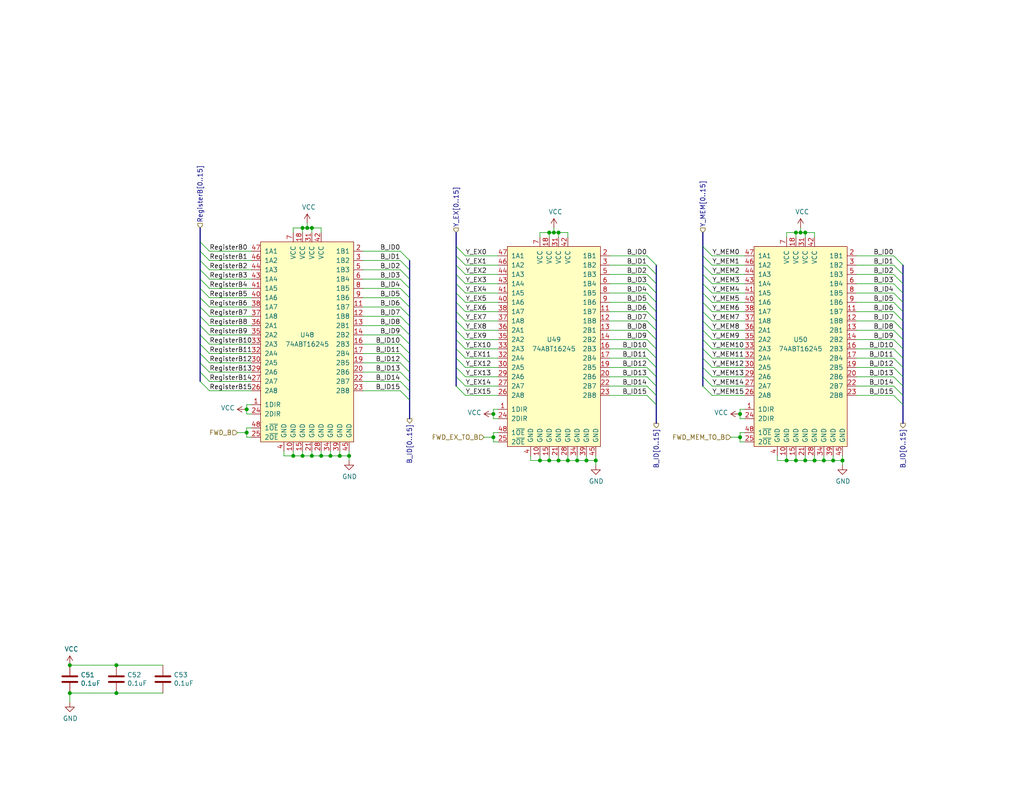
<source format=kicad_sch>
(kicad_sch (version 20250114) (generator "eeschema") (generator_version "9.0")
  (paper "USLetter")
  (title_block (date "2023-11-25") (rev "A"))
  (lib_symbols
    (symbol "Device:C" (pin_numbers (hide yes)) (pin_names (offset 0.254))
      (property "Reference" "C" (at 0.635 2.54 0))
      (property "Value" "C" (at 0.635 -2.54 0))
      (symbol "C_0_1"
        (polyline (pts (xy -2.032 0.762) (xy 2.032 0.762)) (stroke (width 0.508)))
        (polyline (pts (xy -2.032 -0.762) (xy 2.032 -0.762)) (stroke (width 0.508)))
      )
      (symbol "C_1_1"
        (pin passive line (at 0 3.81 270) (length 2.794) (name "~") (number "1"))
        (pin passive line (at 0 -3.81 90) (length 2.794) (name "~") (number "2"))
      )
    )
    (symbol "Turtle16:74ABT16245" (pin_names (offset 1.016))
      (property "Reference" "U" (at 0 1.27 0))
      (property "Value" "74ABT16245" (at 0 -1.27 0))
      (symbol "74ABT16245_0_1"
        (rectangle (start -12.7 26.67) (end 12.7 -27.94) (fill (type background)))
      )
      (symbol "74ABT16245_1_1"
        (pin tri_state line (at -15.24 24.13 0) (length 2.54) (name "1A1") (number "47"))
        (pin tri_state line (at -15.24 21.59 0) (length 2.54) (name "1A2") (number "46"))
        (pin tri_state line (at -15.24 19.05 0) (length 2.54) (name "1A3") (number "44"))
        (pin tri_state line (at -15.24 16.51 0) (length 2.54) (name "1A4") (number "43"))
        (pin tri_state line (at -15.24 13.97 0) (length 2.54) (name "1A5") (number "41"))
        (pin tri_state line (at -15.24 11.43 0) (length 2.54) (name "1A6") (number "40"))
        (pin tri_state line (at -15.24 8.89 0) (length 2.54) (name "1A7") (number "38"))
        (pin tri_state line (at -15.24 6.35 0) (length 2.54) (name "1A8") (number "37"))
        (pin tri_state line (at -15.24 3.81 0) (length 2.54) (name "2A1") (number "36"))
        (pin tri_state line (at -15.24 1.27 0) (length 2.54) (name "2A2") (number "35"))
        (pin tri_state line (at -15.24 -1.27 0) (length 2.54) (name "2A3") (number "33"))
        (pin tri_state line (at -15.24 -3.81 0) (length 2.54) (name "2A4") (number "32"))
        (pin tri_state line (at -15.24 -6.35 0) (length 2.54) (name "2A5") (number "30"))
        (pin tri_state line (at -15.24 -8.89 0) (length 2.54) (name "2A6") (number "29"))
        (pin tri_state line (at -15.24 -11.43 0) (length 2.54) (name "2A7") (number "27"))
        (pin tri_state line (at -15.24 -13.97 0) (length 2.54) (name "2A8") (number "26"))
        (pin input line (at -15.24 -17.78 0) (length 2.54) (name "1DIR") (number "1"))
        (pin input line (at -15.24 -20.32 0) (length 2.54) (name "2DIR") (number "24"))
        (pin input line (at -15.24 -24.13 0) (length 2.54) (name "1~{OE}") (number "48"))
        (pin input line (at -15.24 -26.67 0) (length 2.54) (name "2~{OE}") (number "25"))
        (pin power_in line (at -6.35 -30.48 90) (length 2.54) (name "GND") (number "4"))
        (pin power_in line (at -3.81 29.21 270) (length 2.54) (name "VCC") (number "7"))
        (pin power_in line (at -3.81 -30.48 90) (length 2.54) (name "GND") (number "10"))
        (pin power_in line (at -1.27 29.21 270) (length 2.54) (name "VCC") (number "18"))
        (pin power_in line (at -1.27 -30.48 90) (length 2.54) (name "GND") (number "15"))
        (pin power_in line (at 1.27 29.21 270) (length 2.54) (name "VCC") (number "31"))
        (pin power_in line (at 1.27 -30.48 90) (length 2.54) (name "GND") (number "21"))
        (pin power_in line (at 3.81 29.21 270) (length 2.54) (name "VCC") (number "42"))
        (pin power_in line (at 3.81 -30.48 90) (length 2.54) (name "GND") (number "28"))
        (pin power_in line (at 6.35 -30.48 90) (length 2.54) (name "GND") (number "34"))
        (pin power_in line (at 8.89 -30.48 90) (length 2.54) (name "GND") (number "39"))
        (pin power_in line (at 11.43 -30.48 90) (length 2.54) (name "GND") (number "45"))
        (pin tri_state line (at 15.24 24.13 180) (length 2.54) (name "1B1") (number "2"))
        (pin tri_state line (at 15.24 21.59 180) (length 2.54) (name "1B2") (number "3"))
        (pin tri_state line (at 15.24 19.05 180) (length 2.54) (name "1B3") (number "5"))
        (pin tri_state line (at 15.24 16.51 180) (length 2.54) (name "1B4") (number "6"))
        (pin tri_state line (at 15.24 13.97 180) (length 2.54) (name "1B5") (number "8"))
        (pin tri_state line (at 15.24 11.43 180) (length 2.54) (name "1B6") (number "9"))
        (pin tri_state line (at 15.24 8.89 180) (length 2.54) (name "1B7") (number "11"))
        (pin tri_state line (at 15.24 6.35 180) (length 2.54) (name "1B8") (number "12"))
        (pin tri_state line (at 15.24 3.81 180) (length 2.54) (name "2B1") (number "13"))
        (pin tri_state line (at 15.24 1.27 180) (length 2.54) (name "2B2") (number "14"))
        (pin tri_state line (at 15.24 -1.27 180) (length 2.54) (name "2B3") (number "16"))
        (pin tri_state line (at 15.24 -3.81 180) (length 2.54) (name "2B4") (number "17"))
        (pin tri_state line (at 15.24 -6.35 180) (length 2.54) (name "2B5") (number "19"))
        (pin tri_state line (at 15.24 -8.89 180) (length 2.54) (name "2B6") (number "20"))
        (pin tri_state line (at 15.24 -11.43 180) (length 2.54) (name "2B7") (number "22"))
        (pin tri_state line (at 15.24 -13.97 180) (length 2.54) (name "2B8") (number "23"))
      )
    )
    (symbol "power:GND" (power) (pin_names (offset 0))
      (property "Value" "GND" (at 0 -3.81 0))
      (symbol "GND_0_1"
        (polyline (pts (xy 0 0) (xy 0 -1.27) (xy 1.27 -1.27) (xy 0 -2.54) (xy -1.27 -1.27) (xy 0 -1.27)))
      )
      (symbol "GND_1_1"
        (pin power_in line (at 0 0 270) (length 0) (hide yes) (name "GND") (number "1"))
      )
    )
    (symbol "power:VCC" (power) (pin_names (offset 0))
      (property "Value" "VCC" (at 0 3.81 0))
      (symbol "VCC_0_1"
        (polyline (pts (xy -0.762 1.27) (xy 0 2.54)))
        (polyline (pts (xy 0 2.54) (xy 0.762 1.27)))
        (polyline (pts (xy 0 0) (xy 0 2.54)))
      )
      (symbol "VCC_1_1"
        (pin power_in line (at 0 0 90) (length 0) (hide yes) (name "VCC") (number "1"))
      )
    )
  )
  (junction (at 67.31 118.11))
  (junction (at 222.25 125.73))
  (junction (at 31.75 189.23))
  (junction (at 229.87 125.73))
  (junction (at 147.32 125.73))
  (junction (at 85.09 124.46))
  (junction (at 157.48 125.73))
  (junction (at 80.01 124.46))
  (junction (at 95.25 124.46))
  (junction (at 152.4 125.73))
  (junction (at 154.94 125.73))
  (junction (at 217.17 63.5))
  (junction (at 149.86 63.5))
  (junction (at 214.63 125.73))
  (junction (at 151.13 63.5))
  (junction (at 219.71 125.73))
  (junction (at 224.79 125.73))
  (junction (at 90.17 124.46))
  (junction (at 201.93 113.03))
  (junction (at 92.71 124.46))
  (junction (at 149.86 125.73))
  (junction (at 217.17 125.73))
  (junction (at 67.31 111.76))
  (junction (at 162.56 125.73))
  (junction (at 82.55 124.46))
  (junction (at 82.55 62.23))
  (junction (at 201.93 119.38))
  (junction (at 134.62 113.03))
  (junction (at 218.44 63.5))
  (junction (at 134.62 119.38))
  (junction (at 219.71 63.5))
  (junction (at 85.09 62.23))
  (junction (at 87.63 124.46))
  (junction (at 31.75 181.61))
  (junction (at 19.05 181.61))
  (junction (at 227.33 125.73))
  (junction (at 152.4 63.5))
  (junction (at 83.82 62.23))
  (junction (at 19.05 189.23))
  (junction (at 160.02 125.73))
  (bus_entry (at 176.53 69.85) (size 2.54 2.54))
  (bus_entry (at 54.61 93.98) (size 2.54 2.54))
  (bus_entry (at 127 82.55) (size -2.54 -2.54))
  (bus_entry (at 54.61 68.58) (size 2.54 2.54))
  (bus_entry (at 109.22 106.68) (size 2.54 2.54))
  (bus_entry (at 54.61 99.06) (size 2.54 2.54))
  (bus_entry (at 243.84 74.93) (size 2.54 2.54))
  (bus_entry (at 194.31 77.47) (size -2.54 -2.54))
  (bus_entry (at 127 102.87) (size -2.54 -2.54))
  (bus_entry (at 176.53 90.17) (size 2.54 2.54))
  (bus_entry (at 243.84 87.63) (size 2.54 2.54))
  (bus_entry (at 243.84 69.85) (size 2.54 2.54))
  (bus_entry (at 194.31 74.93) (size -2.54 -2.54))
  (bus_entry (at 176.53 105.41) (size 2.54 2.54))
  (bus_entry (at 54.61 96.52) (size 2.54 2.54))
  (bus_entry (at 243.84 77.47) (size 2.54 2.54))
  (bus_entry (at 109.22 83.82) (size 2.54 2.54))
  (bus_entry (at 194.31 90.17) (size -2.54 -2.54))
  (bus_entry (at 127 85.09) (size -2.54 -2.54))
  (bus_entry (at 243.84 82.55) (size 2.54 2.54))
  (bus_entry (at 109.22 86.36) (size 2.54 2.54))
  (bus_entry (at 127 80.01) (size -2.54 -2.54))
  (bus_entry (at 194.31 85.09) (size -2.54 -2.54))
  (bus_entry (at 176.53 87.63) (size 2.54 2.54))
  (bus_entry (at 127 95.25) (size -2.54 -2.54))
  (bus_entry (at 109.22 71.12) (size 2.54 2.54))
  (bus_entry (at 54.61 71.12) (size 2.54 2.54))
  (bus_entry (at 243.84 95.25) (size 2.54 2.54))
  (bus_entry (at 194.31 87.63) (size -2.54 -2.54))
  (bus_entry (at 127 97.79) (size -2.54 -2.54))
  (bus_entry (at 194.31 95.25) (size -2.54 -2.54))
  (bus_entry (at 194.31 82.55) (size -2.54 -2.54))
  (bus_entry (at 127 92.71) (size -2.54 -2.54))
  (bus_entry (at 176.53 97.79) (size 2.54 2.54))
  (bus_entry (at 109.22 68.58) (size 2.54 2.54))
  (bus_entry (at 176.53 85.09) (size 2.54 2.54))
  (bus_entry (at 243.84 102.87) (size 2.54 2.54))
  (bus_entry (at 127 72.39) (size -2.54 -2.54))
  (bus_entry (at 243.84 97.79) (size 2.54 2.54))
  (bus_entry (at 127 69.85) (size -2.54 -2.54))
  (bus_entry (at 109.22 76.2) (size 2.54 2.54))
  (bus_entry (at 54.61 104.14) (size 2.54 2.54))
  (bus_entry (at 194.31 80.01) (size -2.54 -2.54))
  (bus_entry (at 109.22 78.74) (size 2.54 2.54))
  (bus_entry (at 243.84 107.95) (size 2.54 2.54))
  (bus_entry (at 243.84 72.39) (size 2.54 2.54))
  (bus_entry (at 194.31 107.95) (size -2.54 -2.54))
  (bus_entry (at 176.53 77.47) (size 2.54 2.54))
  (bus_entry (at 243.84 85.09) (size 2.54 2.54))
  (bus_entry (at 176.53 92.71) (size 2.54 2.54))
  (bus_entry (at 194.31 69.85) (size -2.54 -2.54))
  (bus_entry (at 194.31 100.33) (size -2.54 -2.54))
  (bus_entry (at 194.31 102.87) (size -2.54 -2.54))
  (bus_entry (at 127 77.47) (size -2.54 -2.54))
  (bus_entry (at 194.31 105.41) (size -2.54 -2.54))
  (bus_entry (at 109.22 93.98) (size 2.54 2.54))
  (bus_entry (at 109.22 101.6) (size 2.54 2.54))
  (bus_entry (at 109.22 73.66) (size 2.54 2.54))
  (bus_entry (at 243.84 92.71) (size 2.54 2.54))
  (bus_entry (at 176.53 95.25) (size 2.54 2.54))
  (bus_entry (at 194.31 97.79) (size -2.54 -2.54))
  (bus_entry (at 127 90.17) (size -2.54 -2.54))
  (bus_entry (at 109.22 81.28) (size 2.54 2.54))
  (bus_entry (at 54.61 78.74) (size 2.54 2.54))
  (bus_entry (at 54.61 91.44) (size 2.54 2.54))
  (bus_entry (at 176.53 107.95) (size 2.54 2.54))
  (bus_entry (at 176.53 80.01) (size 2.54 2.54))
  (bus_entry (at 176.53 82.55) (size 2.54 2.54))
  (bus_entry (at 194.31 92.71) (size -2.54 -2.54))
  (bus_entry (at 127 74.93) (size -2.54 -2.54))
  (bus_entry (at 109.22 96.52) (size 2.54 2.54))
  (bus_entry (at 243.84 90.17) (size 2.54 2.54))
  (bus_entry (at 54.61 83.82) (size 2.54 2.54))
  (bus_entry (at 127 100.33) (size -2.54 -2.54))
  (bus_entry (at 54.61 86.36) (size 2.54 2.54))
  (bus_entry (at 109.22 91.44) (size 2.54 2.54))
  (bus_entry (at 243.84 80.01) (size 2.54 2.54))
  (bus_entry (at 54.61 73.66) (size 2.54 2.54))
  (bus_entry (at 243.84 100.33) (size 2.54 2.54))
  (bus_entry (at 127 87.63) (size -2.54 -2.54))
  (bus_entry (at 176.53 74.93) (size 2.54 2.54))
  (bus_entry (at 109.22 99.06) (size 2.54 2.54))
  (bus_entry (at 109.22 104.14) (size 2.54 2.54))
  (bus_entry (at 127 105.41) (size -2.54 -2.54))
  (bus_entry (at 54.61 88.9) (size 2.54 2.54))
  (bus_entry (at 54.61 101.6) (size 2.54 2.54))
  (bus_entry (at 194.31 72.39) (size -2.54 -2.54))
  (bus_entry (at 176.53 100.33) (size 2.54 2.54))
  (bus_entry (at 109.22 88.9) (size 2.54 2.54))
  (bus_entry (at 127 107.95) (size -2.54 -2.54))
  (bus_entry (at 54.61 66.04) (size 2.54 2.54))
  (bus_entry (at 176.53 72.39) (size 2.54 2.54))
  (bus_entry (at 243.84 105.41) (size 2.54 2.54))
  (bus_entry (at 54.61 76.2) (size 2.54 2.54))
  (bus_entry (at 176.53 102.87) (size 2.54 2.54))
  (bus_entry (at 54.61 81.28) (size 2.54 2.54))
  (wire (pts (xy 134.62 111.76) (xy 134.62 113.03)))
  (wire (pts (xy 57.15 88.9) (xy 68.58 88.9)))
  (bus (pts (xy 179.07 74.93) (xy 179.07 77.47)))
  (bus (pts (xy 54.61 86.36) (xy 54.61 88.9)))
  (wire (pts (xy 44.45 189.23) (xy 31.75 189.23)))
  (wire (pts (xy 31.75 189.23) (xy 19.05 189.23)))
  (wire (pts (xy 201.93 119.38) (xy 199.39 119.38)))
  (wire (pts (xy 127 87.63) (xy 135.89 87.63)))
  (bus (pts (xy 111.76 93.98) (xy 111.76 96.52)))
  (wire (pts (xy 127 77.47) (xy 135.89 77.47)))
  (wire (pts (xy 217.17 124.46) (xy 217.17 125.73)))
  (wire (pts (xy 176.53 72.39) (xy 166.37 72.39)))
  (wire (pts (xy 135.89 118.11) (xy 134.62 118.11)))
  (wire (pts (xy 151.13 63.5) (xy 152.4 63.5)))
  (wire (pts (xy 149.86 124.46) (xy 149.86 125.73)))
  (wire (pts (xy 194.31 92.71) (xy 203.2 92.71)))
  (wire (pts (xy 162.56 127) (xy 162.56 125.73)))
  (wire (pts (xy 243.84 74.93) (xy 233.68 74.93)))
  (bus (pts (xy 124.46 87.63) (xy 124.46 90.17)))
  (bus (pts (xy 179.07 72.39) (xy 179.07 74.93)))
  (wire (pts (xy 229.87 127) (xy 229.87 125.73)))
  (bus (pts (xy 179.07 80.01) (xy 179.07 82.55)))
  (wire (pts (xy 214.63 124.46) (xy 214.63 125.73)))
  (bus (pts (xy 179.07 87.63) (xy 179.07 90.17)))
  (bus (pts (xy 124.46 92.71) (xy 124.46 95.25)))
  (bus (pts (xy 124.46 67.31) (xy 124.46 69.85)))
  (wire (pts (xy 109.22 101.6) (xy 99.06 101.6)))
  (wire (pts (xy 243.84 85.09) (xy 233.68 85.09)))
  (bus (pts (xy 179.07 97.79) (xy 179.07 100.33)))
  (wire (pts (xy 194.31 82.55) (xy 203.2 82.55)))
  (wire (pts (xy 68.58 110.49) (xy 67.31 110.49)))
  (bus (pts (xy 111.76 86.36) (xy 111.76 88.9)))
  (wire (pts (xy 95.25 124.46) (xy 95.25 123.19)))
  (wire (pts (xy 201.93 120.65) (xy 203.2 120.65)))
  (wire (pts (xy 243.84 72.39) (xy 233.68 72.39)))
  (wire (pts (xy 157.48 125.73) (xy 154.94 125.73)))
  (bus (pts (xy 246.38 105.41) (xy 246.38 107.95)))
  (wire (pts (xy 176.53 85.09) (xy 166.37 85.09)))
  (bus (pts (xy 179.07 100.33) (xy 179.07 102.87)))
  (bus (pts (xy 191.77 80.01) (xy 191.77 82.55)))
  (wire (pts (xy 90.17 124.46) (xy 87.63 124.46)))
  (wire (pts (xy 243.84 100.33) (xy 233.68 100.33)))
  (wire (pts (xy 80.01 124.46) (xy 82.55 124.46)))
  (wire (pts (xy 243.84 69.85) (xy 233.68 69.85)))
  (wire (pts (xy 218.44 62.23) (xy 218.44 63.5)))
  (wire (pts (xy 176.53 97.79) (xy 166.37 97.79)))
  (wire (pts (xy 82.55 63.5) (xy 82.55 62.23)))
  (bus (pts (xy 124.46 69.85) (xy 124.46 72.39)))
  (wire (pts (xy 109.22 73.66) (xy 99.06 73.66)))
  (wire (pts (xy 57.15 99.06) (xy 68.58 99.06)))
  (wire (pts (xy 154.94 63.5) (xy 154.94 64.77)))
  (wire (pts (xy 243.84 77.47) (xy 233.68 77.47)))
  (wire (pts (xy 57.15 68.58) (xy 68.58 68.58)))
  (wire (pts (xy 152.4 125.73) (xy 152.4 124.46)))
  (wire (pts (xy 82.55 124.46) (xy 85.09 124.46)))
  (wire (pts (xy 85.09 124.46) (xy 85.09 123.19)))
  (wire (pts (xy 160.02 125.73) (xy 162.56 125.73)))
  (wire (pts (xy 218.44 63.5) (xy 219.71 63.5)))
  (bus (pts (xy 191.77 69.85) (xy 191.77 72.39)))
  (wire (pts (xy 77.47 123.19) (xy 77.47 124.46)))
  (wire (pts (xy 176.53 87.63) (xy 166.37 87.63)))
  (wire (pts (xy 85.09 62.23) (xy 87.63 62.23)))
  (wire (pts (xy 127 90.17) (xy 135.89 90.17)))
  (wire (pts (xy 19.05 191.77) (xy 19.05 189.23)))
  (wire (pts (xy 154.94 125.73) (xy 154.94 124.46)))
  (wire (pts (xy 57.15 93.98) (xy 68.58 93.98)))
  (wire (pts (xy 217.17 125.73) (xy 219.71 125.73)))
  (bus (pts (xy 111.76 88.9) (xy 111.76 91.44)))
  (wire (pts (xy 83.82 62.23) (xy 85.09 62.23)))
  (wire (pts (xy 57.15 71.12) (xy 68.58 71.12)))
  (wire (pts (xy 127 72.39) (xy 135.89 72.39)))
  (wire (pts (xy 109.22 83.82) (xy 99.06 83.82)))
  (wire (pts (xy 194.31 74.93) (xy 203.2 74.93)))
  (bus (pts (xy 246.38 97.79) (xy 246.38 100.33)))
  (bus (pts (xy 111.76 83.82) (xy 111.76 86.36)))
  (wire (pts (xy 222.25 125.73) (xy 222.25 124.46)))
  (wire (pts (xy 201.93 119.38) (xy 201.93 120.65)))
  (wire (pts (xy 67.31 113.03) (xy 68.58 113.03)))
  (wire (pts (xy 67.31 118.11) (xy 67.31 119.38)))
  (wire (pts (xy 201.93 113.03) (xy 201.93 114.3)))
  (wire (pts (xy 134.62 120.65) (xy 135.89 120.65)))
  (wire (pts (xy 243.84 97.79) (xy 233.68 97.79)))
  (wire (pts (xy 201.93 111.76) (xy 201.93 113.03)))
  (bus (pts (xy 111.76 96.52) (xy 111.76 99.06)))
  (wire (pts (xy 83.82 60.96) (xy 83.82 62.23)))
  (wire (pts (xy 194.31 90.17) (xy 203.2 90.17)))
  (wire (pts (xy 134.62 114.3) (xy 135.89 114.3)))
  (wire (pts (xy 57.15 96.52) (xy 68.58 96.52)))
  (bus (pts (xy 246.38 110.49) (xy 246.38 115.57)))
  (wire (pts (xy 154.94 125.73) (xy 152.4 125.73)))
  (bus (pts (xy 54.61 88.9) (xy 54.61 91.44)))
  (wire (pts (xy 194.31 107.95) (xy 203.2 107.95)))
  (bus (pts (xy 246.38 92.71) (xy 246.38 95.25)))
  (wire (pts (xy 194.31 87.63) (xy 203.2 87.63)))
  (wire (pts (xy 127 74.93) (xy 135.89 74.93)))
  (wire (pts (xy 243.84 105.41) (xy 233.68 105.41)))
  (bus (pts (xy 124.46 63.5) (xy 124.46 67.31)))
  (wire (pts (xy 127 82.55) (xy 135.89 82.55)))
  (bus (pts (xy 124.46 80.01) (xy 124.46 82.55)))
  (wire (pts (xy 57.15 106.68) (xy 68.58 106.68)))
  (bus (pts (xy 54.61 81.28) (xy 54.61 83.82)))
  (wire (pts (xy 194.31 69.85) (xy 203.2 69.85)))
  (wire (pts (xy 127 80.01) (xy 135.89 80.01)))
  (wire (pts (xy 134.62 113.03) (xy 134.62 114.3)))
  (bus (pts (xy 111.76 109.22) (xy 111.76 114.3)))
  (bus (pts (xy 246.38 72.39) (xy 246.38 74.93)))
  (wire (pts (xy 67.31 111.76) (xy 67.31 113.03)))
  (wire (pts (xy 176.53 80.01) (xy 166.37 80.01)))
  (bus (pts (xy 246.38 95.25) (xy 246.38 97.79)))
  (bus (pts (xy 246.38 85.09) (xy 246.38 87.63)))
  (bus (pts (xy 179.07 95.25) (xy 179.07 97.79)))
  (wire (pts (xy 149.86 125.73) (xy 152.4 125.73)))
  (bus (pts (xy 54.61 62.23) (xy 54.61 66.04)))
  (wire (pts (xy 57.15 91.44) (xy 68.58 91.44)))
  (wire (pts (xy 57.15 101.6) (xy 68.58 101.6)))
  (bus (pts (xy 111.76 73.66) (xy 111.76 76.2)))
  (wire (pts (xy 194.31 100.33) (xy 203.2 100.33)))
  (wire (pts (xy 109.22 99.06) (xy 99.06 99.06)))
  (wire (pts (xy 109.22 81.28) (xy 99.06 81.28)))
  (bus (pts (xy 124.46 77.47) (xy 124.46 80.01)))
  (wire (pts (xy 147.32 63.5) (xy 149.86 63.5)))
  (wire (pts (xy 243.84 90.17) (xy 233.68 90.17)))
  (bus (pts (xy 111.76 91.44) (xy 111.76 93.98)))
  (wire (pts (xy 57.15 86.36) (xy 68.58 86.36)))
  (wire (pts (xy 176.53 90.17) (xy 166.37 90.17)))
  (bus (pts (xy 246.38 77.47) (xy 246.38 80.01)))
  (bus (pts (xy 191.77 67.31) (xy 191.77 69.85)))
  (bus (pts (xy 179.07 105.41) (xy 179.07 107.95)))
  (wire (pts (xy 109.22 76.2) (xy 99.06 76.2)))
  (bus (pts (xy 191.77 72.39) (xy 191.77 74.93)))
  (bus (pts (xy 54.61 96.52) (xy 54.61 99.06)))
  (bus (pts (xy 191.77 77.47) (xy 191.77 80.01)))
  (wire (pts (xy 109.22 86.36) (xy 99.06 86.36)))
  (wire (pts (xy 162.56 125.73) (xy 162.56 124.46)))
  (wire (pts (xy 176.53 82.55) (xy 166.37 82.55)))
  (wire (pts (xy 203.2 118.11) (xy 201.93 118.11)))
  (wire (pts (xy 243.84 82.55) (xy 233.68 82.55)))
  (bus (pts (xy 54.61 83.82) (xy 54.61 86.36)))
  (wire (pts (xy 201.93 114.3) (xy 203.2 114.3)))
  (wire (pts (xy 127 97.79) (xy 135.89 97.79)))
  (bus (pts (xy 246.38 90.17) (xy 246.38 92.71)))
  (wire (pts (xy 222.25 63.5) (xy 222.25 64.77)))
  (wire (pts (xy 147.32 125.73) (xy 149.86 125.73)))
  (wire (pts (xy 127 100.33) (xy 135.89 100.33)))
  (wire (pts (xy 109.22 93.98) (xy 99.06 93.98)))
  (wire (pts (xy 224.79 125.73) (xy 224.79 124.46)))
  (wire (pts (xy 157.48 125.73) (xy 160.02 125.73)))
  (bus (pts (xy 124.46 82.55) (xy 124.46 85.09)))
  (wire (pts (xy 147.32 64.77) (xy 147.32 63.5)))
  (wire (pts (xy 176.53 100.33) (xy 166.37 100.33)))
  (wire (pts (xy 135.89 111.76) (xy 134.62 111.76)))
  (wire (pts (xy 82.55 62.23) (xy 83.82 62.23)))
  (wire (pts (xy 77.47 124.46) (xy 80.01 124.46)))
  (wire (pts (xy 67.31 116.84) (xy 67.31 118.11)))
  (wire (pts (xy 176.53 92.71) (xy 166.37 92.71)))
  (wire (pts (xy 147.32 124.46) (xy 147.32 125.73)))
  (wire (pts (xy 127 92.71) (xy 135.89 92.71)))
  (wire (pts (xy 194.31 72.39) (xy 203.2 72.39)))
  (bus (pts (xy 124.46 102.87) (xy 124.46 105.41)))
  (wire (pts (xy 144.78 124.46) (xy 144.78 125.73)))
  (bus (pts (xy 246.38 80.01) (xy 246.38 82.55)))
  (wire (pts (xy 87.63 124.46) (xy 87.63 123.19)))
  (wire (pts (xy 92.71 124.46) (xy 92.71 123.19)))
  (wire (pts (xy 67.31 118.11) (xy 64.77 118.11)))
  (bus (pts (xy 111.76 106.68) (xy 111.76 109.22)))
  (wire (pts (xy 194.31 85.09) (xy 203.2 85.09)))
  (bus (pts (xy 111.76 71.12) (xy 111.76 73.66)))
  (bus (pts (xy 124.46 90.17) (xy 124.46 92.71)))
  (wire (pts (xy 57.15 104.14) (xy 68.58 104.14)))
  (wire (pts (xy 194.31 105.41) (xy 203.2 105.41)))
  (bus (pts (xy 246.38 74.93) (xy 246.38 77.47)))
  (bus (pts (xy 246.38 82.55) (xy 246.38 85.09)))
  (bus (pts (xy 124.46 74.93) (xy 124.46 77.47)))
  (bus (pts (xy 179.07 82.55) (xy 179.07 85.09)))
  (bus (pts (xy 111.76 99.06) (xy 111.76 101.6)))
  (wire (pts (xy 212.09 125.73) (xy 214.63 125.73)))
  (wire (pts (xy 176.53 69.85) (xy 166.37 69.85)))
  (wire (pts (xy 95.25 125.73) (xy 95.25 124.46)))
  (wire (pts (xy 227.33 125.73) (xy 227.33 124.46)))
  (wire (pts (xy 127 107.95) (xy 135.89 107.95)))
  (wire (pts (xy 144.78 125.73) (xy 147.32 125.73)))
  (bus (pts (xy 54.61 99.06) (xy 54.61 101.6)))
  (wire (pts (xy 57.15 78.74) (xy 68.58 78.74)))
  (wire (pts (xy 214.63 125.73) (xy 217.17 125.73)))
  (bus (pts (xy 111.76 76.2) (xy 111.76 78.74)))
  (wire (pts (xy 134.62 119.38) (xy 132.08 119.38)))
  (wire (pts (xy 134.62 118.11) (xy 134.62 119.38)))
  (bus (pts (xy 111.76 81.28) (xy 111.76 83.82)))
  (bus (pts (xy 191.77 102.87) (xy 191.77 105.41)))
  (bus (pts (xy 191.77 85.09) (xy 191.77 87.63)))
  (wire (pts (xy 176.53 95.25) (xy 166.37 95.25)))
  (wire (pts (xy 109.22 68.58) (xy 99.06 68.58)))
  (wire (pts (xy 152.4 64.77) (xy 152.4 63.5)))
  (bus (pts (xy 191.77 92.71) (xy 191.77 95.25)))
  (wire (pts (xy 194.31 102.87) (xy 203.2 102.87)))
  (bus (pts (xy 54.61 71.12) (xy 54.61 73.66)))
  (bus (pts (xy 54.61 66.04) (xy 54.61 68.58)))
  (wire (pts (xy 243.84 87.63) (xy 233.68 87.63)))
  (wire (pts (xy 176.53 107.95) (xy 166.37 107.95)))
  (wire (pts (xy 134.62 119.38) (xy 134.62 120.65)))
  (bus (pts (xy 54.61 91.44) (xy 54.61 93.98)))
  (bus (pts (xy 111.76 104.14) (xy 111.76 106.68)))
  (bus (pts (xy 191.77 100.33) (xy 191.77 102.87)))
  (bus (pts (xy 191.77 95.25) (xy 191.77 97.79)))
  (bus (pts (xy 54.61 93.98) (xy 54.61 96.52)))
  (bus (pts (xy 191.77 63.5) (xy 191.77 67.31)))
  (bus (pts (xy 179.07 102.87) (xy 179.07 105.41)))
  (bus (pts (xy 124.46 95.25) (xy 124.46 97.79)))
  (wire (pts (xy 67.31 110.49) (xy 67.31 111.76)))
  (wire (pts (xy 152.4 63.5) (xy 154.94 63.5)))
  (bus (pts (xy 179.07 92.71) (xy 179.07 95.25)))
  (wire (pts (xy 243.84 107.95) (xy 233.68 107.95)))
  (wire (pts (xy 243.84 95.25) (xy 233.68 95.25)))
  (bus (pts (xy 124.46 85.09) (xy 124.46 87.63)))
  (wire (pts (xy 194.31 77.47) (xy 203.2 77.47)))
  (bus (pts (xy 54.61 101.6) (xy 54.61 104.14)))
  (bus (pts (xy 246.38 107.95) (xy 246.38 110.49)))
  (bus (pts (xy 111.76 101.6) (xy 111.76 104.14)))
  (wire (pts (xy 67.31 119.38) (xy 68.58 119.38)))
  (wire (pts (xy 127 102.87) (xy 135.89 102.87)))
  (bus (pts (xy 246.38 100.33) (xy 246.38 102.87)))
  (wire (pts (xy 214.63 64.77) (xy 214.63 63.5)))
  (wire (pts (xy 87.63 124.46) (xy 85.09 124.46)))
  (wire (pts (xy 219.71 63.5) (xy 222.25 63.5)))
  (wire (pts (xy 227.33 125.73) (xy 229.87 125.73)))
  (wire (pts (xy 176.53 102.87) (xy 166.37 102.87)))
  (wire (pts (xy 57.15 76.2) (xy 68.58 76.2)))
  (wire (pts (xy 19.05 181.61) (xy 31.75 181.61)))
  (wire (pts (xy 151.13 62.23) (xy 151.13 63.5)))
  (wire (pts (xy 109.22 88.9) (xy 99.06 88.9)))
  (wire (pts (xy 194.31 97.79) (xy 203.2 97.79)))
  (wire (pts (xy 176.53 77.47) (xy 166.37 77.47)))
  (wire (pts (xy 194.31 80.01) (xy 203.2 80.01)))
  (wire (pts (xy 57.15 81.28) (xy 68.58 81.28)))
  (bus (pts (xy 124.46 72.39) (xy 124.46 74.93)))
  (wire (pts (xy 149.86 63.5) (xy 151.13 63.5)))
  (wire (pts (xy 92.71 124.46) (xy 95.25 124.46)))
  (wire (pts (xy 224.79 125.73) (xy 227.33 125.73)))
  (bus (pts (xy 191.77 74.93) (xy 191.77 77.47)))
  (bus (pts (xy 191.77 90.17) (xy 191.77 92.71)))
  (wire (pts (xy 80.01 62.23) (xy 82.55 62.23)))
  (wire (pts (xy 109.22 91.44) (xy 99.06 91.44)))
  (wire (pts (xy 82.55 123.19) (xy 82.55 124.46)))
  (wire (pts (xy 149.86 64.77) (xy 149.86 63.5)))
  (wire (pts (xy 219.71 125.73) (xy 219.71 124.46)))
  (wire (pts (xy 85.09 63.5) (xy 85.09 62.23)))
  (wire (pts (xy 127 69.85) (xy 135.89 69.85)))
  (wire (pts (xy 217.17 64.77) (xy 217.17 63.5)))
  (wire (pts (xy 109.22 71.12) (xy 99.06 71.12)))
  (wire (pts (xy 224.79 125.73) (xy 222.25 125.73)))
  (wire (pts (xy 243.84 92.71) (xy 233.68 92.71)))
  (bus (pts (xy 246.38 87.63) (xy 246.38 90.17)))
  (wire (pts (xy 222.25 125.73) (xy 219.71 125.73)))
  (wire (pts (xy 127 85.09) (xy 135.89 85.09)))
  (bus (pts (xy 124.46 100.33) (xy 124.46 102.87)))
  (bus (pts (xy 246.38 102.87) (xy 246.38 105.41)))
  (wire (pts (xy 176.53 74.93) (xy 166.37 74.93)))
  (wire (pts (xy 160.02 125.73) (xy 160.02 124.46)))
  (wire (pts (xy 203.2 111.76) (xy 201.93 111.76)))
  (bus (pts (xy 124.46 97.79) (xy 124.46 100.33)))
  (bus (pts (xy 179.07 90.17) (xy 179.07 92.71)))
  (wire (pts (xy 219.71 64.77) (xy 219.71 63.5)))
  (wire (pts (xy 201.93 118.11) (xy 201.93 119.38)))
  (wire (pts (xy 109.22 104.14) (xy 99.06 104.14)))
  (wire (pts (xy 127 105.41) (xy 135.89 105.41)))
  (wire (pts (xy 68.58 116.84) (xy 67.31 116.84)))
  (bus (pts (xy 111.76 78.74) (xy 111.76 81.28)))
  (wire (pts (xy 31.75 181.61) (xy 44.45 181.61)))
  (bus (pts (xy 54.61 78.74) (xy 54.61 81.28)))
  (wire (pts (xy 90.17 124.46) (xy 90.17 123.19)))
  (bus (pts (xy 54.61 76.2) (xy 54.61 78.74)))
  (bus (pts (xy 54.61 68.58) (xy 54.61 71.12)))
  (wire (pts (xy 109.22 78.74) (xy 99.06 78.74)))
  (wire (pts (xy 80.01 123.19) (xy 80.01 124.46)))
  (bus (pts (xy 179.07 110.49) (xy 179.07 115.57)))
  (wire (pts (xy 157.48 125.73) (xy 157.48 124.46)))
  (bus (pts (xy 191.77 87.63) (xy 191.77 90.17)))
  (bus (pts (xy 179.07 77.47) (xy 179.07 80.01)))
  (wire (pts (xy 90.17 124.46) (xy 92.71 124.46)))
  (wire (pts (xy 80.01 63.5) (xy 80.01 62.23)))
  (bus (pts (xy 54.61 73.66) (xy 54.61 76.2)))
  (wire (pts (xy 57.15 83.82) (xy 68.58 83.82)))
  (wire (pts (xy 57.15 73.66) (xy 68.58 73.66)))
  (bus (pts (xy 191.77 82.55) (xy 191.77 85.09)))
  (wire (pts (xy 109.22 96.52) (xy 99.06 96.52)))
  (bus (pts (xy 191.77 97.79) (xy 191.77 100.33)))
  (wire (pts (xy 243.84 102.87) (xy 233.68 102.87)))
  (wire (pts (xy 212.09 124.46) (xy 212.09 125.73)))
  (wire (pts (xy 217.17 63.5) (xy 218.44 63.5)))
  (wire (pts (xy 194.31 95.25) (xy 203.2 95.25)))
  (wire (pts (xy 109.22 106.68) (xy 99.06 106.68)))
  (wire (pts (xy 127 95.25) (xy 135.89 95.25)))
  (bus (pts (xy 179.07 107.95) (xy 179.07 110.49)))
  (wire (pts (xy 176.53 105.41) (xy 166.37 105.41)))
  (bus (pts (xy 179.07 85.09) (xy 179.07 87.63)))
  (wire (pts (xy 87.63 62.23) (xy 87.63 63.5)))
  (wire (pts (xy 214.63 63.5) (xy 217.17 63.5)))
  (wire (pts (xy 243.84 80.01) (xy 233.68 80.01)))
  (wire (pts (xy 229.87 125.73) (xy 229.87 124.46)))
  (label "Y_MEM11" (at 194.31 97.79 0))
  (label "B_ID15" (at 243.84 107.95 180))
  (label "Y_EX1" (at 127 72.39 0))
  (label "Y_MEM15" (at 194.31 107.95 0))
  (label "B_ID2" (at 176.53 74.93 180))
  (label "Y_EX12" (at 127 100.33 0))
  (label "Y_MEM3" (at 194.31 77.47 0))
  (label "Y_MEM0" (at 194.31 69.85 0))
  (label "B_ID5" (at 243.84 82.55 180))
  (label "Y_MEM2" (at 194.31 74.93 0))
  (label "RegisterB11" (at 57.15 96.52 0))
  (label "Y_EX9" (at 127 92.71 0))
  (label "Y_MEM8" (at 194.31 90.17 0))
  (label "B_ID9" (at 109.22 91.44 180))
  (label "RegisterB1" (at 57.15 71.12 0))
  (label "RegisterB13" (at 57.15 101.6 0))
  (label "B_ID4" (at 176.53 80.01 180))
  (label "B_ID6" (at 176.53 85.09 180))
  (label "Y_MEM4" (at 194.31 80.01 0))
  (label "B_ID14" (at 176.53 105.41 180))
  (label "Y_EX15" (at 127 107.95 0))
  (label "RegisterB2" (at 57.15 73.66 0))
  (label "B_ID9" (at 243.84 92.71 180))
  (label "RegisterB15" (at 57.15 106.68 0))
  (label "B_ID14" (at 109.22 104.14 180))
  (label "RegisterB7" (at 57.15 86.36 0))
  (label "B_ID11" (at 109.22 96.52 180))
  (label "B_ID9" (at 176.53 92.71 180))
  (label "B_ID12" (at 109.22 99.06 180))
  (label "B_ID3" (at 109.22 76.2 180))
  (label "B_ID10" (at 176.53 95.25 180))
  (label "RegisterB10" (at 57.15 93.98 0))
  (label "Y_EX10" (at 127 95.25 0))
  (label "B_ID12" (at 176.53 100.33 180))
  (label "Y_EX14" (at 127 105.41 0))
  (label "B_ID8" (at 109.22 88.9 180))
  (label "Y_EX0" (at 127 69.85 0))
  (label "Y_MEM6" (at 194.31 85.09 0))
  (label "B_ID13" (at 243.84 102.87 180))
  (label "Y_MEM7" (at 194.31 87.63 0))
  (label "B_ID7" (at 176.53 87.63 180))
  (label "Y_EX8" (at 127 90.17 0))
  (label "Y_EX13" (at 127 102.87 0))
  (label "B_ID4" (at 243.84 80.01 180))
  (label "B_ID15" (at 109.22 106.68 180))
  (label "B_ID1" (at 109.22 71.12 180))
  (label "Y_MEM1" (at 194.31 72.39 0))
  (label "B_ID13" (at 109.22 101.6 180))
  (label "RegisterB5" (at 57.15 81.28 0))
  (label "B_ID5" (at 176.53 82.55 180))
  (label "B_ID6" (at 243.84 85.09 180))
  (label "RegisterB14" (at 57.15 104.14 0))
  (label "B_ID10" (at 243.84 95.25 180))
  (label "RegisterB3" (at 57.15 76.2 0))
  (label "B_ID8" (at 176.53 90.17 180))
  (label "Y_MEM10" (at 194.31 95.25 0))
  (label "B_ID15" (at 176.53 107.95 180))
  (label "Y_MEM5" (at 194.31 82.55 0))
  (label "Y_MEM12" (at 194.31 100.33 0))
  (label "B_ID4" (at 109.22 78.74 180))
  (label "B_ID10" (at 109.22 93.98 180))
  (label "Y_EX2" (at 127 74.93 0))
  (label "Y_EX7" (at 127 87.63 0))
  (label "B_ID11" (at 176.53 97.79 180))
  (label "B_ID14" (at 243.84 105.41 180))
  (label "B_ID0" (at 176.53 69.85 180))
  (label "B_ID12" (at 243.84 100.33 180))
  (label "RegisterB0" (at 57.15 68.58 0))
  (label "RegisterB4" (at 57.15 78.74 0))
  (label "RegisterB9" (at 57.15 91.44 0))
  (label "B_ID8" (at 243.84 90.17 180))
  (label "Y_EX4" (at 127 80.01 0))
  (label "Y_EX3" (at 127 77.47 0))
  (label "B_ID1" (at 176.53 72.39 180))
  (label "B_ID0" (at 243.84 69.85 180))
  (label "RegisterB12" (at 57.15 99.06 0))
  (label "B_ID2" (at 109.22 73.66 180))
  (label "Y_MEM13" (at 194.31 102.87 0))
  (label "Y_EX6" (at 127 85.09 0))
  (label "B_ID2" (at 243.84 74.93 180))
  (label "B_ID7" (at 243.84 87.63 180))
  (label "B_ID6" (at 109.22 83.82 180))
  (label "B_ID1" (at 243.84 72.39 180))
  (label "B_ID3" (at 243.84 77.47 180))
  (label "B_ID7" (at 109.22 86.36 180))
  (label "Y_EX5" (at 127 82.55 0))
  (label "B_ID5" (at 109.22 81.28 180))
  (label "Y_EX11" (at 127 97.79 0))
  (label "Y_MEM14" (at 194.31 105.41 0))
  (label "B_ID11" (at 243.84 97.79 180))
  (label "RegisterB6" (at 57.15 83.82 0))
  (label "RegisterB8" (at 57.15 88.9 0))
  (label "B_ID13" (at 176.53 102.87 180))
  (label "B_ID0" (at 109.22 68.58 180))
  (label "Y_MEM9" (at 194.31 92.71 0))
  (label "B_ID3" (at 176.53 77.47 180))
  (hierarchical_label "FWD_B" (shape input) (at 64.77 118.11 180))
  (hierarchical_label "RegisterB[0..15]" (shape input) (at 54.61 62.23 90))
  (hierarchical_label "FWD_EX_TO_B" (shape input) (at 132.08 119.38 180))
  (hierarchical_label "Y_MEM[0..15]" (shape input) (at 191.77 63.5 90))
  (hierarchical_label "B_ID[0..15]" (shape output) (at 246.38 115.57 270))
  (hierarchical_label "B_ID[0..15]" (shape output) (at 111.76 114.3 270))
  (hierarchical_label "B_ID[0..15]" (shape output) (at 179.07 115.57 270))
  (hierarchical_label "Y_EX[0..15]" (shape input) (at 124.46 63.5 90))
  (hierarchical_label "FWD_MEM_TO_B" (shape input) (at 199.39 119.38 180))
  (symbol (lib_id "Device:C") (at 31.75 185.42 0) (unit 1)
    (property "Reference" "C52" (at 34.671 184.2516 0) (effects (justify left)))
    (property "Value" "0.1uF" (at 34.671 186.563 0) (effects (justify left)))
    (property "Footprint" "Capacitor_SMD:C_0603_1608Metric" (effects (hide yes)))
    (property "Datasheet" "https://www.mouser.com/datasheet/2/396/taiyo_yuden_12132018_mlcc11_hq_e-1510082.pdf" (effects (hide yes)))
    (property "Manufacturer" "Taiyo Yuden" (effects (hide yes)))
    (property "Manufacturer#" "EMK107B7104KAHT" (effects (hide yes)))
    (property "Mouser#" "963-EMK107B7104KAHT" (effects (hide yes)))
    (property "Digikey#" "587-6004-1-ND" (effects (hide yes)))
  )
  (symbol (lib_id "power:VCC") (at 19.05 181.61 0) (unit 1)
    (property "Reference" "#PWR0324" (effects (hide yes)))
    (property "Value" "VCC" (at 19.4818 177.2158 0))
  )
  (symbol (lib_id "power:GND") (at 19.05 191.77 0) (unit 1)
    (property "Reference" "#PWR0325" (effects (hide yes)))
    (property "Value" "GND" (at 19.177 196.1642 0))
  )
  (symbol (lib_id "Device:C") (at 44.45 185.42 0) (unit 1)
    (property "Reference" "C53" (at 47.371 184.2516 0) (effects (justify left)))
    (property "Value" "0.1uF" (at 47.371 186.563 0) (effects (justify left)))
    (property "Footprint" "Capacitor_SMD:C_0603_1608Metric" (effects (hide yes)))
    (property "Datasheet" "https://www.mouser.com/datasheet/2/396/taiyo_yuden_12132018_mlcc11_hq_e-1510082.pdf" (effects (hide yes)))
    (property "Manufacturer" "Taiyo Yuden" (effects (hide yes)))
    (property "Manufacturer#" "EMK107B7104KAHT" (effects (hide yes)))
    (property "Mouser#" "963-EMK107B7104KAHT" (effects (hide yes)))
    (property "Digikey#" "587-6004-1-ND" (effects (hide yes)))
  )
  (symbol (lib_id "power:VCC") (at 83.82 60.96 0) (unit 1)
    (property "Reference" "#PWR0327" (effects (hide yes)))
    (property "Value" "VCC" (at 84.2518 56.5658 0))
  )
  (symbol (lib_id "power:GND") (at 95.25 125.73 0) (unit 1)
    (property "Reference" "#PWR0328" (effects (hide yes)))
    (property "Value" "GND" (at 95.377 130.1242 0))
  )
  (symbol (lib_id "Turtle16:74ABT16245") (at 83.82 92.71 0) (unit 1)
    (property "Reference" "U48" (at 83.82 91.44 0))
    (property "Value" "74ABT16245" (at 83.82 93.98 0))
    (property "Footprint" "Package_SO:TSSOP-48_6.1x12.5mm_P0.5mm" (effects (hide yes)))
    (property "Datasheet" "https://www.ti.com/general/docs/suppproductinfo.tsp?distId=26&gotoUrl=https://www.ti.com/lit/gpn/sn74abth16245" (effects (hide yes)))
    (property "Manufacturer" "Texas Instruments" (effects (hide yes)))
    (property "Manufacturer#" "SN74ABTH16245DGGR" (effects (hide yes)))
    (property "Mouser#" "595-SNABTH16245DGGR" (effects (hide yes)))
    (property "Digikey#" "296-4124-1-ND" (effects (hide yes)))
  )
  (symbol (lib_id "Turtle16:74ABT16245") (at 151.13 93.98 0) (unit 1)
    (property "Reference" "U49" (at 151.13 92.71 0))
    (property "Value" "74ABT16245" (at 151.13 95.25 0))
    (property "Footprint" "Package_SO:TSSOP-48_6.1x12.5mm_P0.5mm" (effects (hide yes)))
    (property "Datasheet" "https://www.ti.com/general/docs/suppproductinfo.tsp?distId=26&gotoUrl=https://www.ti.com/lit/gpn/sn74abth16245" (effects (hide yes)))
    (property "Manufacturer" "Texas Instruments" (effects (hide yes)))
    (property "Manufacturer#" "SN74ABTH16245DGGR" (effects (hide yes)))
    (property "Mouser#" "595-SNABTH16245DGGR" (effects (hide yes)))
    (property "Digikey#" "296-4124-1-ND" (effects (hide yes)))
  )
  (symbol (lib_id "power:VCC") (at 134.62 113.03 90) (unit 1)
    (property "Reference" "#PWR0329" (effects (hide yes)))
    (property "Value" "VCC" (at 131.3942 112.649 90) (effects (justify left)))
  )
  (symbol (lib_id "power:GND") (at 162.56 127 0) (unit 1)
    (property "Reference" "#PWR0331" (effects (hide yes)))
    (property "Value" "GND" (at 162.687 131.3942 0))
  )
  (symbol (lib_id "power:VCC") (at 151.13 62.23 0) (unit 1)
    (property "Reference" "#PWR0330" (effects (hide yes)))
    (property "Value" "VCC" (at 151.5618 57.8358 0))
  )
  (symbol (lib_id "Turtle16:74ABT16245") (at 218.44 93.98 0) (unit 1)
    (property "Reference" "U50" (at 218.44 92.71 0))
    (property "Value" "74ABT16245" (at 218.44 95.25 0))
    (property "Footprint" "Package_SO:TSSOP-48_6.1x12.5mm_P0.5mm" (effects (hide yes)))
    (property "Datasheet" "https://www.ti.com/general/docs/suppproductinfo.tsp?distId=26&gotoUrl=https://www.ti.com/lit/gpn/sn74abth16245" (effects (hide yes)))
    (property "Manufacturer" "Texas Instruments" (effects (hide yes)))
    (property "Manufacturer#" "SN74ABTH16245DGGR" (effects (hide yes)))
    (property "Mouser#" "595-SNABTH16245DGGR" (effects (hide yes)))
    (property "Digikey#" "296-4124-1-ND" (effects (hide yes)))
  )
  (symbol (lib_id "power:VCC") (at 201.93 113.03 90) (unit 1)
    (property "Reference" "#PWR0332" (effects (hide yes)))
    (property "Value" "VCC" (at 198.7042 112.649 90) (effects (justify left)))
  )
  (symbol (lib_id "Device:C") (at 19.05 185.42 0) (unit 1)
    (property "Reference" "C51" (at 21.971 184.2516 0) (effects (justify left)))
    (property "Value" "0.1uF" (at 21.971 186.563 0) (effects (justify left)))
    (property "Footprint" "Capacitor_SMD:C_0603_1608Metric" (effects (hide yes)))
    (property "Datasheet" "https://www.mouser.com/datasheet/2/396/taiyo_yuden_12132018_mlcc11_hq_e-1510082.pdf" (effects (hide yes)))
    (property "Manufacturer" "Taiyo Yuden" (effects (hide yes)))
    (property "Manufacturer#" "EMK107B7104KAHT" (effects (hide yes)))
    (property "Mouser#" "963-EMK107B7104KAHT" (effects (hide yes)))
    (property "Digikey#" "587-6004-1-ND" (effects (hide yes)))
  )
  (symbol (lib_id "power:VCC") (at 67.31 111.76 90) (unit 1)
    (property "Reference" "#PWR0326" (effects (hide yes)))
    (property "Value" "VCC" (at 64.0842 111.379 90) (effects (justify left)))
  )
  (symbol (lib_id "power:GND") (at 229.87 127 0) (unit 1)
    (property "Reference" "#PWR0334" (effects (hide yes)))
    (property "Value" "GND" (at 229.997 131.3942 0))
  )
  (symbol (lib_id "power:VCC") (at 218.44 62.23 0) (unit 1)
    (property "Reference" "#PWR0333" (effects (hide yes)))
    (property "Value" "VCC" (at 218.8718 57.8358 0))
  )
)
</source>
